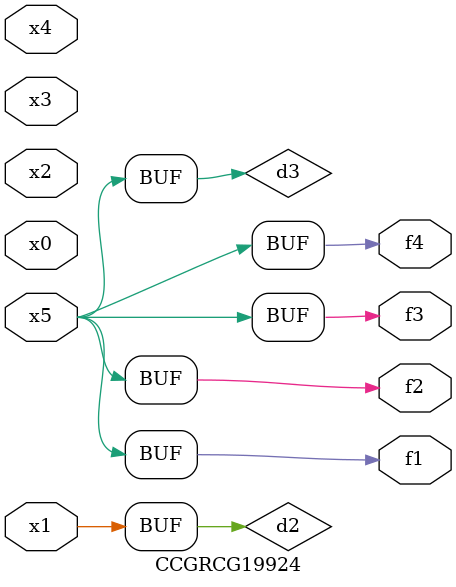
<source format=v>
module CCGRCG19924(
	input x0, x1, x2, x3, x4, x5,
	output f1, f2, f3, f4
);

	wire d1, d2, d3;

	not (d1, x5);
	or (d2, x1);
	xnor (d3, d1);
	assign f1 = d3;
	assign f2 = d3;
	assign f3 = d3;
	assign f4 = d3;
endmodule

</source>
